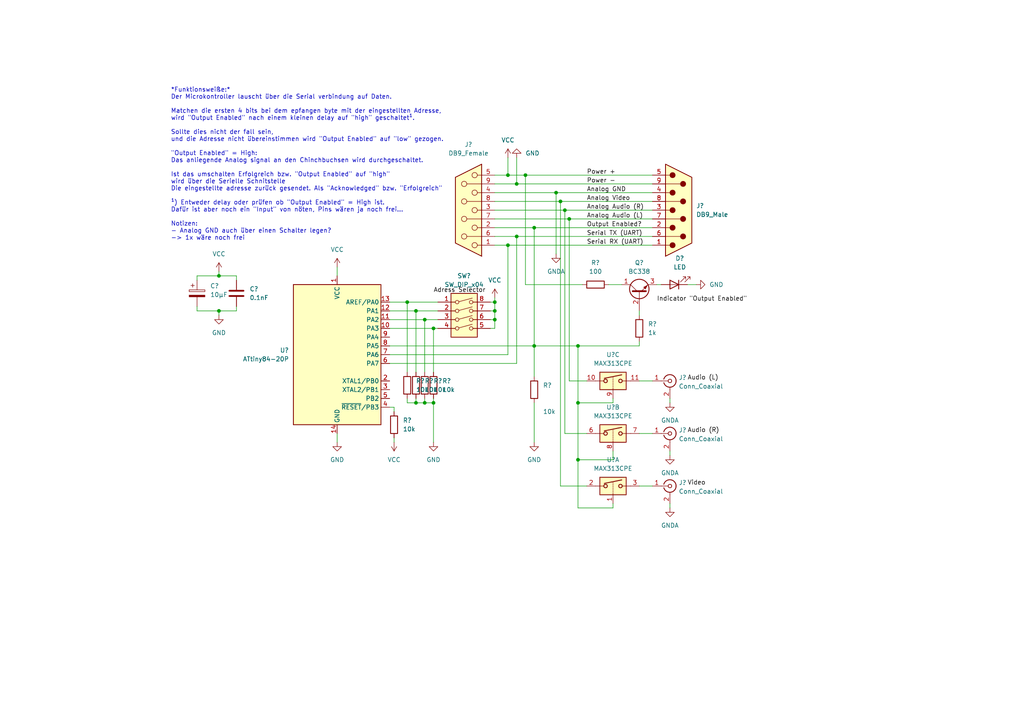
<source format=kicad_sch>
(kicad_sch (version 20211123) (generator eeschema)
  (paper "A4")
  (lib_symbols
    (symbol "Analog_Switch:MAX313CPE" (pin_names (offset 0.254))
      (property "Reference" "U" (at -3.175 5.334 0))
      (property "Value" "MAX313CPE" (at -3.175 3.556 0))
      (symbol "MAX313CPE_1_1"
        (rectangle (start -3.81 2.54) (end 3.81 -2.54) (stroke (width 0.254)) (fill (type background)))
        (circle (center -2.159 0) (radius 0.508) (stroke (width 0.254)))
        (polyline (pts (xy -5.08 0) (xy -2.794 0)))
        (polyline (pts (xy -2.54 0.762) (xy 2.54 1.778)) (stroke (width 0.254)))
        (polyline (pts (xy 0 -2.54) (xy 0 -2.032)))
        (polyline (pts (xy 0 -1.778) (xy 0 -1.524)))
        (polyline (pts (xy 0 -1.27) (xy 0 -1.016)))
        (polyline (pts (xy 0 -0.762) (xy 0 -0.508)))
        (polyline (pts (xy 0 -0.254) (xy 0 0)))
        (polyline (pts (xy 0 0.254) (xy 0 0.508)))
        (polyline (pts (xy 0 0.762) (xy 0 1.016)))
        (polyline (pts (xy 5.08 0) (xy 2.794 0)))
        (circle (center 2.159 0) (radius 0.508) (stroke (width 0.254)))
        (pin input line (at 0 -5.08 90) (length 2.54) (name "~") (number "1"))
        (pin passive line (at -7.62 0 0) (length 2.54) (name "~") (number "2"))
        (pin passive line (at 7.62 0 180) (length 2.54) (name "~") (number "3"))
      )
      (symbol "MAX313CPE_2_1"
        (rectangle (start -3.81 2.54) (end 3.81 -2.54) (stroke (width 0.254)) (fill (type background)))
        (circle (center -2.159 0) (radius 0.508) (stroke (width 0.254)))
        (polyline (pts (xy -5.08 0) (xy -2.794 0)))
        (polyline (pts (xy -2.54 0.762) (xy 2.54 1.778)) (stroke (width 0.254)))
        (polyline (pts (xy 0 -2.54) (xy 0 -2.032)))
        (polyline (pts (xy 0 -1.778) (xy 0 -1.524)))
        (polyline (pts (xy 0 -1.27) (xy 0 -1.016)))
        (polyline (pts (xy 0 -0.762) (xy 0 -0.508)))
        (polyline (pts (xy 0 -0.254) (xy 0 0)))
        (polyline (pts (xy 0 0.254) (xy 0 0.508)))
        (polyline (pts (xy 0 0.762) (xy 0 1.016)))
        (polyline (pts (xy 5.08 0) (xy 2.794 0)))
        (circle (center 2.159 0) (radius 0.508) (stroke (width 0.254)))
        (pin passive line (at -7.62 0 0) (length 2.54) (name "~") (number "6"))
        (pin passive line (at 7.62 0 180) (length 2.54) (name "~") (number "7"))
        (pin input line (at 0 -5.08 90) (length 2.54) (name "~") (number "8"))
      )
      (symbol "MAX313CPE_3_1"
        (rectangle (start -3.81 2.54) (end 3.81 -2.54) (stroke (width 0.254)) (fill (type background)))
        (circle (center -2.159 0) (radius 0.508) (stroke (width 0.254)))
        (polyline (pts (xy -5.08 0) (xy -2.794 0)))
        (polyline (pts (xy -2.54 0.762) (xy 2.54 1.778)) (stroke (width 0.254)))
        (polyline (pts (xy 0 -2.54) (xy 0 -2.032)))
        (polyline (pts (xy 0 -1.778) (xy 0 -1.524)))
        (polyline (pts (xy 0 -1.27) (xy 0 -1.016)))
        (polyline (pts (xy 0 -0.762) (xy 0 -0.508)))
        (polyline (pts (xy 0 -0.254) (xy 0 0)))
        (polyline (pts (xy 0 0.254) (xy 0 0.508)))
        (polyline (pts (xy 0 0.762) (xy 0 1.016)))
        (polyline (pts (xy 5.08 0) (xy 2.794 0)))
        (circle (center 2.159 0) (radius 0.508) (stroke (width 0.254)))
        (pin passive line (at -7.62 0 0) (length 2.54) (name "~") (number "10"))
        (pin passive line (at 7.62 0 180) (length 2.54) (name "~") (number "11"))
        (pin input line (at 0 -5.08 90) (length 2.54) (name "~") (number "9"))
      )
      (symbol "MAX313CPE_4_1"
        (rectangle (start -3.81 2.54) (end 3.81 -2.54) (stroke (width 0.254)) (fill (type background)))
        (circle (center -2.159 0) (radius 0.508) (stroke (width 0.254)))
        (polyline (pts (xy -5.08 0) (xy -2.794 0)))
        (polyline (pts (xy -2.54 0.762) (xy 2.54 1.778)) (stroke (width 0.254)))
        (polyline (pts (xy 0 -2.54) (xy 0 -2.032)))
        (polyline (pts (xy 0 -1.778) (xy 0 -1.524)))
        (polyline (pts (xy 0 -1.27) (xy 0 -1.016)))
        (polyline (pts (xy 0 -0.762) (xy 0 -0.508)))
        (polyline (pts (xy 0 -0.254) (xy 0 0)))
        (polyline (pts (xy 0 0.254) (xy 0 0.508)))
        (polyline (pts (xy 0 0.762) (xy 0 1.016)))
        (polyline (pts (xy 5.08 0) (xy 2.794 0)))
        (circle (center 2.159 0) (radius 0.508) (stroke (width 0.254)))
        (pin passive line (at 7.62 0 180) (length 2.54) (name "~") (number "14"))
        (pin passive line (at -7.62 0 0) (length 2.54) (name "~") (number "15"))
        (pin input line (at 0 -5.08 90) (length 2.54) (name "~") (number "16"))
      )
      (symbol "MAX313CPE_5_0"
        (pin power_in line (at 2.54 12.7 270) (length 2.54) (name "VL") (number "12"))
        (pin power_in line (at 0 12.7 270) (length 2.54) (name "V+") (number "13"))
        (pin power_in line (at 2.54 -12.7 90) (length 2.54) (name "V-") (number "4"))
        (pin power_in line (at 0 -12.7 90) (length 2.54) (name "GND") (number "5"))
      )
      (symbol "MAX313CPE_5_1"
        (rectangle (start -3.81 10.16) (end 6.35 -10.16) (stroke (width 0.254)) (fill (type background)))
      )
    )
    (symbol "Connector:Conn_Coaxial" (pin_names (offset 1.016) hide)
      (property "Reference" "J" (at 0.254 3.048 0))
      (property "Value" "Conn_Coaxial" (at 2.921 0 90))
      (symbol "Conn_Coaxial_0_1"
        (arc (start -1.778 -0.508) (mid 0.2311 -1.8066) (end 1.778 0) (stroke (width 0.254)))
        (polyline (pts (xy -2.54 0) (xy -0.508 0)))
        (polyline (pts (xy 0 -2.54) (xy 0 -1.778)))
        (circle (center 0 0) (radius 0.508) (stroke (width 0.2032)))
        (arc (start 1.778 0) (mid 0.2099 1.8101) (end -1.778 0.508) (stroke (width 0.254)))
      )
      (symbol "Conn_Coaxial_1_1"
        (pin passive line (at -5.08 0 0) (length 2.54) (name "In") (number "1"))
        (pin passive line (at 0 -5.08 90) (length 2.54) (name "Ext") (number "2"))
      )
    )
    (symbol "Connector:DB9_Female" (pin_names (offset 1.016) hide)
      (property "Reference" "J" (at 0 13.97 0))
      (property "Value" "DB9_Female" (at 0 -14.605 0))
      (symbol "DB9_Female_0_1"
        (circle (center -1.778 -10.16) (radius 0.762))
        (circle (center -1.778 -5.08) (radius 0.762))
        (circle (center -1.778 0) (radius 0.762))
        (circle (center -1.778 5.08) (radius 0.762))
        (circle (center -1.778 10.16) (radius 0.762))
        (polyline (pts (xy -3.81 -10.16) (xy -2.54 -10.16)))
        (polyline (pts (xy -3.81 -7.62) (xy 0.508 -7.62)))
        (polyline (pts (xy -3.81 -5.08) (xy -2.54 -5.08)))
        (polyline (pts (xy -3.81 -2.54) (xy 0.508 -2.54)))
        (polyline (pts (xy -3.81 0) (xy -2.54 0)))
        (polyline (pts (xy -3.81 2.54) (xy 0.508 2.54)))
        (polyline (pts (xy -3.81 5.08) (xy -2.54 5.08)))
        (polyline (pts (xy -3.81 7.62) (xy 0.508 7.62)))
        (polyline (pts (xy -3.81 10.16) (xy -2.54 10.16)))
        (polyline (pts (xy -3.81 13.335) (xy -3.81 -13.335) (xy 3.81 -9.525) (xy 3.81 9.525) (xy -3.81 13.335)) (stroke (width 0.254)) (fill (type background)))
        (circle (center 1.27 -7.62) (radius 0.762))
        (circle (center 1.27 -2.54) (radius 0.762))
        (circle (center 1.27 2.54) (radius 0.762))
        (circle (center 1.27 7.62) (radius 0.762))
      )
      (symbol "DB9_Female_1_1"
        (pin passive line (at -7.62 10.16 0) (length 3.81) (name "1") (number "1"))
        (pin passive line (at -7.62 5.08 0) (length 3.81) (name "2") (number "2"))
        (pin passive line (at -7.62 0 0) (length 3.81) (name "3") (number "3"))
        (pin passive line (at -7.62 -5.08 0) (length 3.81) (name "4") (number "4"))
        (pin passive line (at -7.62 -10.16 0) (length 3.81) (name "5") (number "5"))
        (pin passive line (at -7.62 7.62 0) (length 3.81) (name "6") (number "6"))
        (pin passive line (at -7.62 2.54 0) (length 3.81) (name "7") (number "7"))
        (pin passive line (at -7.62 -2.54 0) (length 3.81) (name "8") (number "8"))
        (pin passive line (at -7.62 -7.62 0) (length 3.81) (name "9") (number "9"))
      )
    )
    (symbol "Connector:DB9_Male" (pin_names (offset 1.016) hide)
      (property "Reference" "J" (at 0 13.97 0))
      (property "Value" "DB9_Male" (at 0 -14.605 0))
      (symbol "DB9_Male_0_1"
        (circle (center -1.778 -10.16) (radius 0.762) (fill (type outline)))
        (circle (center -1.778 -5.08) (radius 0.762) (fill (type outline)))
        (circle (center -1.778 0) (radius 0.762) (fill (type outline)))
        (circle (center -1.778 5.08) (radius 0.762) (fill (type outline)))
        (circle (center -1.778 10.16) (radius 0.762) (fill (type outline)))
        (polyline (pts (xy -3.81 -10.16) (xy -2.54 -10.16)))
        (polyline (pts (xy -3.81 -7.62) (xy 0.508 -7.62)))
        (polyline (pts (xy -3.81 -5.08) (xy -2.54 -5.08)))
        (polyline (pts (xy -3.81 -2.54) (xy 0.508 -2.54)))
        (polyline (pts (xy -3.81 0) (xy -2.54 0)))
        (polyline (pts (xy -3.81 2.54) (xy 0.508 2.54)))
        (polyline (pts (xy -3.81 5.08) (xy -2.54 5.08)))
        (polyline (pts (xy -3.81 7.62) (xy 0.508 7.62)))
        (polyline (pts (xy -3.81 10.16) (xy -2.54 10.16)))
        (polyline (pts (xy -3.81 -13.335) (xy -3.81 13.335) (xy 3.81 9.525) (xy 3.81 -9.525) (xy -3.81 -13.335)) (stroke (width 0.254)) (fill (type background)))
        (circle (center 1.27 -7.62) (radius 0.762) (fill (type outline)))
        (circle (center 1.27 -2.54) (radius 0.762) (fill (type outline)))
        (circle (center 1.27 2.54) (radius 0.762) (fill (type outline)))
        (circle (center 1.27 7.62) (radius 0.762) (fill (type outline)))
      )
      (symbol "DB9_Male_1_1"
        (pin passive line (at -7.62 -10.16 0) (length 3.81) (name "1") (number "1"))
        (pin passive line (at -7.62 -5.08 0) (length 3.81) (name "2") (number "2"))
        (pin passive line (at -7.62 0 0) (length 3.81) (name "3") (number "3"))
        (pin passive line (at -7.62 5.08 0) (length 3.81) (name "4") (number "4"))
        (pin passive line (at -7.62 10.16 0) (length 3.81) (name "5") (number "5"))
        (pin passive line (at -7.62 -7.62 0) (length 3.81) (name "6") (number "6"))
        (pin passive line (at -7.62 -2.54 0) (length 3.81) (name "7") (number "7"))
        (pin passive line (at -7.62 2.54 0) (length 3.81) (name "8") (number "8"))
        (pin passive line (at -7.62 7.62 0) (length 3.81) (name "9") (number "9"))
      )
    )
    (symbol "Device:C" (pin_numbers hide) (pin_names (offset 0.254))
      (property "Reference" "C" (at 0.635 2.54 0))
      (property "Value" "C" (at 0.635 -2.54 0))
      (symbol "C_0_1"
        (polyline (pts (xy -2.032 -0.762) (xy 2.032 -0.762)) (stroke (width 0.508)))
        (polyline (pts (xy -2.032 0.762) (xy 2.032 0.762)) (stroke (width 0.508)))
      )
      (symbol "C_1_1"
        (pin passive line (at 0 3.81 270) (length 2.794) (name "~") (number "1"))
        (pin passive line (at 0 -3.81 90) (length 2.794) (name "~") (number "2"))
      )
    )
    (symbol "Device:C_Polarized" (pin_numbers hide) (pin_names (offset 0.254))
      (property "Reference" "C" (at 0.635 2.54 0))
      (property "Value" "C_Polarized" (at 0.635 -2.54 0))
      (symbol "C_Polarized_0_1"
        (rectangle (start -2.286 0.508) (end 2.286 1.016))
        (polyline (pts (xy -1.778 2.286) (xy -0.762 2.286)))
        (polyline (pts (xy -1.27 2.794) (xy -1.27 1.778)))
        (rectangle (start 2.286 -0.508) (end -2.286 -1.016) (fill (type outline)))
      )
      (symbol "C_Polarized_1_1"
        (pin passive line (at 0 3.81 270) (length 2.794) (name "~") (number "1"))
        (pin passive line (at 0 -3.81 90) (length 2.794) (name "~") (number "2"))
      )
    )
    (symbol "Device:LED" (pin_numbers hide) (pin_names (offset 1.016) hide)
      (property "Reference" "D" (at 0 2.54 0))
      (property "Value" "LED" (at 0 -2.54 0))
      (symbol "LED_0_1"
        (polyline (pts (xy -1.27 -1.27) (xy -1.27 1.27)) (stroke (width 0.254)))
        (polyline (pts (xy -1.27 0) (xy 1.27 0)))
        (polyline (pts (xy 1.27 -1.27) (xy 1.27 1.27) (xy -1.27 0) (xy 1.27 -1.27)) (stroke (width 0.254)))
        (polyline (pts (xy -3.048 -0.762) (xy -4.572 -2.286) (xy -3.81 -2.286) (xy -4.572 -2.286) (xy -4.572 -1.524)))
        (polyline (pts (xy -1.778 -0.762) (xy -3.302 -2.286) (xy -2.54 -2.286) (xy -3.302 -2.286) (xy -3.302 -1.524)))
      )
      (symbol "LED_1_1"
        (pin passive line (at -3.81 0 0) (length 2.54) (name "K") (number "1"))
        (pin passive line (at 3.81 0 180) (length 2.54) (name "A") (number "2"))
      )
    )
    (symbol "Device:R" (pin_numbers hide) (pin_names (offset 0))
      (property "Reference" "R" (at 2.032 0 90))
      (property "Value" "R" (at 0 0 90))
      (symbol "R_0_1"
        (rectangle (start -1.016 -2.54) (end 1.016 2.54) (stroke (width 0.254)))
      )
      (symbol "R_1_1"
        (pin passive line (at 0 3.81 270) (length 1.27) (name "~") (number "1"))
        (pin passive line (at 0 -3.81 90) (length 1.27) (name "~") (number "2"))
      )
    )
    (symbol "MCU_Microchip_ATtiny:ATtiny84-20P"
      (property "Reference" "U" (at -12.7 21.59 0))
      (property "Value" "ATtiny84-20P" (at 2.54 -21.59 0))
      (symbol "ATtiny84-20P_0_1"
        (rectangle (start -12.7 -20.32) (end 12.7 20.32) (stroke (width 0.254)) (fill (type background)))
      )
      (symbol "ATtiny84-20P_1_1"
        (pin power_in line (at 0 22.86 270) (length 2.54) (name "VCC") (number "1"))
        (pin bidirectional line (at 15.24 7.62 180) (length 2.54) (name "PA3") (number "10"))
        (pin bidirectional line (at 15.24 10.16 180) (length 2.54) (name "PA2") (number "11"))
        (pin bidirectional line (at 15.24 12.7 180) (length 2.54) (name "PA1") (number "12"))
        (pin bidirectional line (at 15.24 15.24 180) (length 2.54) (name "AREF/PA0") (number "13"))
        (pin power_in line (at 0 -22.86 90) (length 2.54) (name "GND") (number "14"))
        (pin bidirectional line (at 15.24 -7.62 180) (length 2.54) (name "XTAL1/PB0") (number "2"))
        (pin bidirectional line (at 15.24 -10.16 180) (length 2.54) (name "XTAL2/PB1") (number "3"))
        (pin bidirectional line (at 15.24 -15.24 180) (length 2.54) (name "~{RESET}/PB3") (number "4"))
        (pin bidirectional line (at 15.24 -12.7 180) (length 2.54) (name "PB2") (number "5"))
        (pin bidirectional line (at 15.24 -2.54 180) (length 2.54) (name "PA7") (number "6"))
        (pin bidirectional line (at 15.24 0 180) (length 2.54) (name "PA6") (number "7"))
        (pin bidirectional line (at 15.24 2.54 180) (length 2.54) (name "PA5") (number "8"))
        (pin bidirectional line (at 15.24 5.08 180) (length 2.54) (name "PA4") (number "9"))
      )
    )
    (symbol "Switch:SW_DIP_x04" (pin_names (offset 0) hide)
      (property "Reference" "SW" (at 0 8.89 0))
      (property "Value" "SW_DIP_x04" (at 0 -6.35 0))
      (symbol "SW_DIP_x04_0_0"
        (circle (center -2.032 -2.54) (radius 0.508))
        (circle (center -2.032 0) (radius 0.508))
        (circle (center -2.032 2.54) (radius 0.508))
        (circle (center -2.032 5.08) (radius 0.508))
        (polyline (pts (xy -1.524 -2.3876) (xy 2.3622 -1.3462)))
        (polyline (pts (xy -1.524 0.127) (xy 2.3622 1.1684)))
        (polyline (pts (xy -1.524 2.667) (xy 2.3622 3.7084)))
        (polyline (pts (xy -1.524 5.207) (xy 2.3622 6.2484)))
        (circle (center 2.032 -2.54) (radius 0.508))
        (circle (center 2.032 0) (radius 0.508))
        (circle (center 2.032 2.54) (radius 0.508))
        (circle (center 2.032 5.08) (radius 0.508))
      )
      (symbol "SW_DIP_x04_0_1"
        (rectangle (start -3.81 7.62) (end 3.81 -5.08) (stroke (width 0.254)) (fill (type background)))
      )
      (symbol "SW_DIP_x04_1_1"
        (pin passive line (at -7.62 5.08 0) (length 5.08) (name "~") (number "1"))
        (pin passive line (at -7.62 2.54 0) (length 5.08) (name "~") (number "2"))
        (pin passive line (at -7.62 0 0) (length 5.08) (name "~") (number "3"))
        (pin passive line (at -7.62 -2.54 0) (length 5.08) (name "~") (number "4"))
        (pin passive line (at 7.62 -2.54 180) (length 5.08) (name "~") (number "5"))
        (pin passive line (at 7.62 0 180) (length 5.08) (name "~") (number "6"))
        (pin passive line (at 7.62 2.54 180) (length 5.08) (name "~") (number "7"))
        (pin passive line (at 7.62 5.08 180) (length 5.08) (name "~") (number "8"))
      )
    )
    (symbol "Transistor_BJT:BC338" (pin_names (offset 0) hide)
      (property "Reference" "Q" (at 5.08 1.905 0))
      (property "Value" "BC338" (at 5.08 0 0))
      (symbol "BC338_0_1"
        (polyline (pts (xy 0 0) (xy 0.635 0)))
        (polyline (pts (xy 0.635 0.635) (xy 2.54 2.54)))
        (polyline (pts (xy 0.635 -0.635) (xy 2.54 -2.54) (xy 2.54 -2.54)))
        (polyline (pts (xy 0.635 1.905) (xy 0.635 -1.905) (xy 0.635 -1.905)) (stroke (width 0.508)))
        (polyline (pts (xy 1.27 -1.778) (xy 1.778 -1.27) (xy 2.286 -2.286) (xy 1.27 -1.778) (xy 1.27 -1.778)) (fill (type outline)))
        (circle (center 1.27 0) (radius 2.8194) (stroke (width 0.254)))
      )
      (symbol "BC338_1_1"
        (pin passive line (at 2.54 5.08 270) (length 2.54) (name "C") (number "1"))
        (pin input line (at -5.08 0 0) (length 5.08) (name "B") (number "2"))
        (pin passive line (at 2.54 -5.08 90) (length 2.54) (name "E") (number "3"))
      )
    )
    (symbol "power:GND" (power) (pin_names (offset 0))
      (property "Value" "GND" (at 0 -3.81 0))
      (symbol "GND_0_1"
        (polyline (pts (xy 0 0) (xy 0 -1.27) (xy 1.27 -1.27) (xy 0 -2.54) (xy -1.27 -1.27) (xy 0 -1.27)))
      )
      (symbol "GND_1_1"
        (pin power_in line (at 0 0 270) (length 0) hide (name "GND") (number "1"))
      )
    )
    (symbol "power:GNDA" (power) (pin_names (offset 0))
      (property "Value" "GNDA" (at 0 -3.81 0))
      (symbol "GNDA_0_1"
        (polyline (pts (xy 0 0) (xy 0 -1.27) (xy 1.27 -1.27) (xy 0 -2.54) (xy -1.27 -1.27) (xy 0 -1.27)))
      )
      (symbol "GNDA_1_1"
        (pin power_in line (at 0 0 270) (length 0) hide (name "GNDA") (number "1"))
      )
    )
    (symbol "power:VCC" (power) (pin_names (offset 0))
      (property "Value" "VCC" (at 0 3.81 0))
      (symbol "VCC_0_1"
        (polyline (pts (xy -0.762 1.27) (xy 0 2.54)))
        (polyline (pts (xy 0 0) (xy 0 2.54)))
        (polyline (pts (xy 0 2.54) (xy 0.762 1.27)))
      )
      (symbol "VCC_1_1"
        (pin power_in line (at 0 0 90) (length 0) hide (name "VCC") (number "1"))
      )
    )
  )
  (junction (at 143.51 92.71))
  (junction (at 143.51 87.63))
  (junction (at 167.64 100.33))
  (junction (at 167.64 133.35))
  (junction (at 154.94 100.33))
  (junction (at 165.1 63.5))
  (junction (at 63.5 90.17))
  (junction (at 125.73 95.25))
  (junction (at 125.73 116.84))
  (junction (at 161.29 55.88))
  (junction (at 118.11 87.63))
  (junction (at 143.51 90.17))
  (junction (at 123.19 92.71))
  (junction (at 147.32 71.12))
  (junction (at 120.65 116.84))
  (junction (at 120.65 90.17))
  (junction (at 154.94 66.04))
  (junction (at 149.86 68.58))
  (junction (at 63.5 80.01))
  (junction (at 123.19 116.84))
  (junction (at 152.4 50.8))
  (junction (at 149.86 53.34))
  (junction (at 162.56 58.42))
  (junction (at 163.83 60.96))
  (junction (at 167.64 116.84))
  (junction (at 147.32 50.8))
  (wire (pts (xy 114.3 127) (xy 114.3 128.27)))
  (wire (pts (xy 120.65 90.17) (xy 127 90.17)))
  (wire (pts (xy 194.31 132.08) (xy 194.31 130.81)))
  (wire (pts (xy 147.32 45.72) (xy 147.32 50.8)))
  (wire (pts (xy 177.8 147.32) (xy 167.64 147.32)))
  (wire (pts (xy 68.58 80.01) (xy 68.58 81.28)))
  (wire (pts (xy 120.65 115.57) (xy 120.65 116.84)))
  (wire (pts (xy 149.86 45.72) (xy 149.86 53.34)))
  (wire (pts (xy 123.19 115.57) (xy 123.19 116.84)))
  (wire (pts (xy 143.51 53.34) (xy 149.86 53.34)))
  (wire (pts (xy 125.73 116.84) (xy 125.73 115.57)))
  (wire (pts (xy 143.51 92.71) (xy 143.51 95.25)))
  (wire (pts (xy 113.03 90.17) (xy 120.65 90.17)))
  (wire (pts (xy 177.8 116.84) (xy 167.64 116.84)))
  (wire (pts (xy 118.11 87.63) (xy 118.11 107.95)))
  (wire (pts (xy 123.19 92.71) (xy 127 92.71)))
  (wire (pts (xy 143.51 90.17) (xy 143.51 92.71)))
  (wire (pts (xy 176.53 82.55) (xy 180.34 82.55)))
  (wire (pts (xy 170.18 110.49) (xy 165.1 110.49)))
  (wire (pts (xy 177.8 133.35) (xy 167.64 133.35)))
  (wire (pts (xy 185.42 140.97) (xy 189.23 140.97)))
  (wire (pts (xy 113.03 95.25) (xy 125.73 95.25)))
  (wire (pts (xy 185.42 90.17) (xy 185.42 91.44)))
  (wire (pts (xy 118.11 116.84) (xy 120.65 116.84)))
  (wire (pts (xy 170.18 125.73) (xy 163.83 125.73)))
  (wire (pts (xy 177.8 146.05) (xy 177.8 147.32)))
  (wire (pts (xy 190.5 82.55) (xy 191.77 82.55)))
  (wire (pts (xy 149.86 105.41) (xy 149.86 68.58)))
  (wire (pts (xy 113.03 100.33) (xy 154.94 100.33)))
  (wire (pts (xy 113.03 118.11) (xy 114.3 118.11)))
  (wire (pts (xy 97.79 77.47) (xy 97.79 80.01)))
  (wire (pts (xy 143.51 63.5) (xy 165.1 63.5)))
  (wire (pts (xy 143.51 58.42) (xy 162.56 58.42)))
  (wire (pts (xy 177.8 130.81) (xy 177.8 133.35)))
  (wire (pts (xy 154.94 66.04) (xy 154.94 100.33)))
  (wire (pts (xy 57.15 81.28) (xy 57.15 80.01)))
  (wire (pts (xy 152.4 82.55) (xy 152.4 50.8)))
  (wire (pts (xy 194.31 146.05) (xy 194.31 147.32)))
  (wire (pts (xy 63.5 90.17) (xy 63.5 91.44)))
  (wire (pts (xy 143.51 60.96) (xy 163.83 60.96)))
  (wire (pts (xy 57.15 90.17) (xy 63.5 90.17)))
  (wire (pts (xy 63.5 90.17) (xy 68.58 90.17)))
  (wire (pts (xy 168.91 82.55) (xy 152.4 82.55)))
  (wire (pts (xy 167.64 100.33) (xy 154.94 100.33)))
  (wire (pts (xy 149.86 53.34) (xy 189.23 53.34)))
  (wire (pts (xy 143.51 87.63) (xy 143.51 90.17)))
  (wire (pts (xy 118.11 87.63) (xy 127 87.63)))
  (wire (pts (xy 162.56 58.42) (xy 189.23 58.42)))
  (wire (pts (xy 185.42 125.73) (xy 189.23 125.73)))
  (wire (pts (xy 142.24 90.17) (xy 143.51 90.17)))
  (wire (pts (xy 57.15 88.9) (xy 57.15 90.17)))
  (wire (pts (xy 113.03 105.41) (xy 149.86 105.41)))
  (wire (pts (xy 125.73 116.84) (xy 125.73 128.27)))
  (wire (pts (xy 142.24 92.71) (xy 143.51 92.71)))
  (wire (pts (xy 143.51 55.88) (xy 161.29 55.88)))
  (wire (pts (xy 154.94 100.33) (xy 154.94 109.22)))
  (wire (pts (xy 165.1 63.5) (xy 165.1 110.49)))
  (wire (pts (xy 167.64 116.84) (xy 167.64 100.33)))
  (wire (pts (xy 161.29 55.88) (xy 189.23 55.88)))
  (wire (pts (xy 185.42 110.49) (xy 189.23 110.49)))
  (wire (pts (xy 63.5 80.01) (xy 68.58 80.01)))
  (wire (pts (xy 120.65 116.84) (xy 123.19 116.84)))
  (wire (pts (xy 143.51 86.36) (xy 143.51 87.63)))
  (wire (pts (xy 163.83 60.96) (xy 189.23 60.96)))
  (wire (pts (xy 185.42 100.33) (xy 167.64 100.33)))
  (wire (pts (xy 167.64 133.35) (xy 167.64 116.84)))
  (wire (pts (xy 147.32 50.8) (xy 152.4 50.8)))
  (wire (pts (xy 120.65 90.17) (xy 120.65 107.95)))
  (wire (pts (xy 97.79 125.73) (xy 97.79 128.27)))
  (wire (pts (xy 143.51 71.12) (xy 147.32 71.12)))
  (wire (pts (xy 185.42 99.06) (xy 185.42 100.33)))
  (wire (pts (xy 57.15 80.01) (xy 63.5 80.01)))
  (wire (pts (xy 194.31 116.84) (xy 194.31 115.57)))
  (wire (pts (xy 125.73 95.25) (xy 127 95.25)))
  (wire (pts (xy 113.03 87.63) (xy 118.11 87.63)))
  (wire (pts (xy 113.03 102.87) (xy 147.32 102.87)))
  (wire (pts (xy 147.32 71.12) (xy 147.32 102.87)))
  (wire (pts (xy 163.83 60.96) (xy 163.83 125.73)))
  (wire (pts (xy 143.51 68.58) (xy 149.86 68.58)))
  (wire (pts (xy 170.18 140.97) (xy 162.56 140.97)))
  (wire (pts (xy 113.03 92.71) (xy 123.19 92.71)))
  (wire (pts (xy 63.5 78.74) (xy 63.5 80.01)))
  (wire (pts (xy 149.86 68.58) (xy 189.23 68.58)))
  (wire (pts (xy 123.19 92.71) (xy 123.19 107.95)))
  (wire (pts (xy 114.3 118.11) (xy 114.3 119.38)))
  (wire (pts (xy 143.51 66.04) (xy 154.94 66.04)))
  (wire (pts (xy 143.51 95.25) (xy 142.24 95.25)))
  (wire (pts (xy 154.94 66.04) (xy 189.23 66.04)))
  (wire (pts (xy 143.51 50.8) (xy 147.32 50.8)))
  (wire (pts (xy 177.8 115.57) (xy 177.8 116.84)))
  (wire (pts (xy 162.56 58.42) (xy 162.56 140.97)))
  (wire (pts (xy 68.58 90.17) (xy 68.58 88.9)))
  (wire (pts (xy 123.19 116.84) (xy 125.73 116.84)))
  (wire (pts (xy 167.64 147.32) (xy 167.64 133.35)))
  (wire (pts (xy 199.39 82.55) (xy 201.93 82.55)))
  (wire (pts (xy 165.1 63.5) (xy 189.23 63.5)))
  (wire (pts (xy 154.94 116.84) (xy 154.94 128.27)))
  (wire (pts (xy 152.4 50.8) (xy 189.23 50.8)))
  (wire (pts (xy 161.29 55.88) (xy 161.29 73.66)))
  (wire (pts (xy 147.32 71.12) (xy 189.23 71.12)))
  (wire (pts (xy 125.73 95.25) (xy 125.73 107.95)))
  (wire (pts (xy 142.24 87.63) (xy 143.51 87.63)))
  (wire (pts (xy 118.11 115.57) (xy 118.11 116.84)))
  (text "*Funktionsweiße:*\nDer Microkontroller lauscht über die Serial verbindung auf Daten.\n\nMatchen die ersten 4 bits bei dem epfangen byte mit der eingestellten Adresse, \nwird \"Output Enabled\" nach einem kleinen delay auf \"high\" geschaltet¹.\n\nSollte dies nicht der fall sein,\nund die Adresse nicht übereinstimmen wird \"Output Enabled\" auf \"low\" gezogen.\n\n\"Output Enabled\" = High:\nDas anliegende Analog signal an den Chinchbuchsen wird durchgeschaltet.\n\nIst das umschalten Erfolgreich bzw. \"Output Enabled\" auf \"high\"\nwird über die Serielle Schnitstelle\nDie eingestellte adresse zurück gesendet. Als \"Acknowledged\" bzw. \"Erfolgreich\"\n\n¹) Entweder delay oder prüfen ob \"Output Enabled\" = High ist.\nDafür ist aber noch ein \"Input\" von nöten, Pins wären ja noch frei...\n\nNotizen:\n- Analog GND auch über einen Schalter legen?\n-> 1x wäre noch frei" (at 49.53 69.85 0) (effects (font (size 1.27 1.27)) (justify left bottom)))
  (label "Serial TX (UART)" (at 170.18 68.58 0))
  (label "Analog Audio (L)" (at 170.18 63.5 0))
  (label "Output Enabled?" (at 170.18 66.04 0))
  (label "Audio (R)" (at 199.39 125.73 0))
  (label "Analog GND" (at 170.18 55.88 0))
  (label "Analog Video" (at 170.18 58.42 0))
  (label "Indicator \"Output Enabled\"" (at 190.5 87.63 0))
  (label "Power -" (at 170.18 53.34 0))
  (label "Adress Selector" (at 125.73 85.09 0))
  (label "Video" (at 199.39 140.97 0))
  (label "Audio (L)" (at 199.39 110.49 0))
  (label "Power +" (at 170.18 50.8 0))
  (label "Analog Audio (R)" (at 170.18 60.96 0))
  (label "Serial RX (UART)" (at 170.18 71.12 0))
  (symbol (lib_id "Transistor_BJT:BC338") (at 185.42 85.09 90) (unit 1)
    (property "Reference" "Q?" (at 185.42 76.2 90))
    (property "Value" "BC338" (at 185.42 78.74 90))
    (property "Footprint" "Package_TO_SOT_THT:TO-92_Inline" (effects hide))
    (property "Datasheet" "http://diotec.com/tl_files/diotec/files/pdf/datasheets/bc337" (effects hide))
  )
  (symbol (lib_id "Device:R") (at 120.65 111.76 0) (unit 1)
    (property "Reference" "R?" (at 123.19 110.4899 0) (effects (justify left)))
    (property "Value" "10k" (at 123.19 113.0299 0) (effects (justify left)))
  )
  (symbol (lib_id "Device:LED") (at 195.58 82.55 180) (unit 1)
    (property "Reference" "D?" (at 197.1675 74.93 0))
    (property "Value" "LED" (at 197.1675 77.47 0))
  )
  (symbol (lib_id "power:GNDA") (at 161.29 73.66 0) (unit 1)
    (property "Reference" "#PWR0105" (effects hide))
    (property "Value" "GNDA" (at 161.29 78.74 0))
  )
  (symbol (lib_id "MCU_Microchip_ATtiny:ATtiny84-20P") (at 97.79 102.87 0) (unit 1)
    (property "Reference" "U?" (at 83.82 101.5999 0) (effects (justify right)))
    (property "Value" "ATtiny84-20P" (at 83.82 104.1399 0) (effects (justify right)))
    (property "Footprint" "Package_DIP:DIP-14_W7.62mm" (effects hide))
    (property "Datasheet" "http://ww1.microchip.com/downloads/en/DeviceDoc/doc8006.pdf" (effects hide))
  )
  (symbol (lib_id "power:GND") (at 154.94 128.27 0) (unit 1)
    (property "Reference" "#PWR?" (effects hide))
    (property "Value" "GND" (at 154.94 133.35 0))
  )
  (symbol (lib_id "Analog_Switch:MAX313CPE") (at 177.8 140.97 0) (unit 1)
    (property "Reference" "U?" (at 177.8 133.35 0))
    (property "Value" "MAX313CPE" (at 177.8 135.89 0))
    (property "Footprint" "Package_DIP:DIP-16_W7.62mm" (effects hide))
    (property "Datasheet" "https://datasheets.maximintegrated.com/en/ds/MAX312-MAX314.pdf" (effects hide))
  )
  (symbol (lib_id "Connector:Conn_Coaxial") (at 194.31 140.97 0) (unit 1)
    (property "Reference" "J?" (at 196.85 139.9931 0) (effects (justify left)))
    (property "Value" "Conn_Coaxial" (at 196.85 142.5331 0) (effects (justify left)))
    (property "Datasheet" " ~" (effects hide))
  )
  (symbol (lib_id "power:GND") (at 63.5 91.44 0) (unit 1)
    (property "Reference" "#PWR?" (effects hide))
    (property "Value" "GND" (at 63.5 96.52 0))
  )
  (symbol (lib_id "Device:R") (at 185.42 95.25 0) (unit 1)
    (property "Reference" "R?" (at 187.96 93.9799 0) (effects (justify left)))
    (property "Value" "1k" (at 187.96 96.5199 0) (effects (justify left)))
  )
  (symbol (lib_id "power:GND") (at 97.79 128.27 0) (unit 1)
    (property "Reference" "#PWR0103" (effects hide))
    (property "Value" "GND" (at 97.79 133.35 0))
  )
  (symbol (lib_id "Device:R") (at 118.11 111.76 0) (unit 1)
    (property "Reference" "R?" (at 120.65 110.4899 0) (effects (justify left)))
    (property "Value" "10k" (at 120.65 113.0299 0) (effects (justify left)))
  )
  (symbol (lib_id "Connector:DB9_Male") (at 196.85 60.96 0) (unit 1)
    (property "Reference" "J?" (at 201.93 59.6899 0) (effects (justify left)))
    (property "Value" "DB9_Male" (at 201.93 62.2299 0) (effects (justify left)))
    (property "Datasheet" " ~" (effects hide))
  )
  (symbol (lib_id "Analog_Switch:MAX313CPE") (at 177.8 110.49 0) (unit 3)
    (property "Reference" "U?" (at 177.8 102.87 0))
    (property "Value" "MAX313CPE" (at 177.8 105.41 0))
    (property "Footprint" "Package_DIP:DIP-16_W7.62mm" (effects hide))
    (property "Datasheet" "https://datasheets.maximintegrated.com/en/ds/MAX312-MAX314.pdf" (effects hide))
  )
  (symbol (lib_id "Connector:Conn_Coaxial") (at 194.31 110.49 0) (unit 1)
    (property "Reference" "J?" (at 196.85 109.5131 0) (effects (justify left)))
    (property "Value" "Conn_Coaxial" (at 196.85 112.0531 0) (effects (justify left)))
    (property "Datasheet" " ~" (effects hide))
  )
  (symbol (lib_id "Device:C_Polarized") (at 57.15 85.09 0) (unit 1)
    (property "Reference" "C?" (at 60.96 82.9309 0) (effects (justify left)))
    (property "Value" "10µF" (at 60.96 85.4709 0) (effects (justify left)))
  )
  (symbol (lib_id "power:VCC") (at 114.3 128.27 180) (unit 1)
    (property "Reference" "#PWR0104" (effects hide))
    (property "Value" "VCC" (at 114.3 133.35 0))
  )
  (symbol (lib_id "Analog_Switch:MAX313CPE") (at 177.8 125.73 0) (unit 2)
    (property "Reference" "U?" (at 177.8 118.11 0))
    (property "Value" "MAX313CPE" (at 177.8 120.65 0))
    (property "Footprint" "Package_DIP:DIP-16_W7.62mm" (effects hide))
    (property "Datasheet" "https://datasheets.maximintegrated.com/en/ds/MAX312-MAX314.pdf" (effects hide))
  )
  (symbol (lib_id "power:GND") (at 125.73 128.27 0) (unit 1)
    (property "Reference" "#PWR?" (effects hide))
    (property "Value" "GND" (at 125.73 133.35 0))
  )
  (symbol (lib_id "Connector:Conn_Coaxial") (at 194.31 125.73 0) (unit 1)
    (property "Reference" "J?" (at 196.85 124.7531 0) (effects (justify left)))
    (property "Value" "Conn_Coaxial" (at 196.85 127.2931 0) (effects (justify left)))
    (property "Datasheet" " ~" (effects hide))
  )
  (symbol (lib_id "Device:C") (at 68.58 85.09 0) (unit 1)
    (property "Reference" "C?" (at 72.39 83.8199 0) (effects (justify left)))
    (property "Value" "0.1nF" (at 72.39 86.3599 0) (effects (justify left)))
  )
  (symbol (lib_id "power:VCC") (at 143.51 86.36 0) (unit 1)
    (property "Reference" "#PWR0101" (effects hide))
    (property "Value" "VCC" (at 143.51 81.28 0))
  )
  (symbol (lib_id "power:GNDA") (at 194.31 132.08 0) (unit 1)
    (property "Reference" "#PWR0109" (effects hide))
    (property "Value" "GNDA" (at 194.31 137.16 0))
  )
  (symbol (lib_id "Device:R") (at 154.94 113.03 0) (unit 1)
    (property "Reference" "R?" (at 157.48 111.7599 0) (effects (justify left)))
    (property "Value" "10k" (at 157.48 119.3799 0) (effects (justify left)))
  )
  (symbol (lib_id "Device:R") (at 125.73 111.76 0) (unit 1)
    (property "Reference" "R?" (at 128.27 110.4899 0) (effects (justify left)))
    (property "Value" "10k" (at 128.27 113.0299 0) (effects (justify left)))
  )
  (symbol (lib_id "power:GND") (at 149.86 45.72 180) (unit 1)
    (property "Reference" "#PWR0106" (effects hide))
    (property "Value" "GND" (at 152.4 44.4499 0) (effects (justify right)))
  )
  (symbol (lib_id "power:VCC") (at 97.79 77.47 0) (unit 1)
    (property "Reference" "#PWR0102" (effects hide))
    (property "Value" "VCC" (at 97.79 72.39 0))
  )
  (symbol (lib_id "power:VCC") (at 147.32 45.72 0) (unit 1)
    (property "Reference" "#PWR0107" (effects hide))
    (property "Value" "VCC" (at 147.32 40.64 0))
  )
  (symbol (lib_id "Switch:SW_DIP_x04") (at 134.62 92.71 0) (unit 1)
    (property "Reference" "SW?" (at 134.62 80.01 0))
    (property "Value" "SW_DIP_x04" (at 134.62 82.55 0))
  )
  (symbol (lib_id "Device:R") (at 114.3 123.19 0) (unit 1)
    (property "Reference" "R?" (at 116.84 121.9199 0) (effects (justify left)))
    (property "Value" "10k" (at 116.84 124.4599 0) (effects (justify left)))
  )
  (symbol (lib_id "power:GND") (at 201.93 82.55 90) (unit 1)
    (property "Reference" "#PWR?" (effects hide))
    (property "Value" "GND" (at 205.74 82.5499 90) (effects (justify right)))
  )
  (symbol (lib_id "Device:R") (at 123.19 111.76 0) (unit 1)
    (property "Reference" "R?" (at 125.73 110.4899 0) (effects (justify left)))
    (property "Value" "10k" (at 125.73 113.0299 0) (effects (justify left)))
  )
  (symbol (lib_id "Connector:DB9_Female") (at 135.89 60.96 180) (unit 1)
    (property "Reference" "J?" (at 135.89 41.91 0))
    (property "Value" "DB9_Female" (at 135.89 44.45 0))
    (property "Datasheet" " ~" (effects hide))
  )
  (symbol (lib_id "Device:R") (at 172.72 82.55 90) (unit 1)
    (property "Reference" "R?" (at 172.72 76.2 90))
    (property "Value" "100" (at 172.72 78.74 90))
  )
  (symbol (lib_id "power:GNDA") (at 194.31 116.84 0) (unit 1)
    (property "Reference" "#PWR0108" (effects hide))
    (property "Value" "GNDA" (at 194.31 121.92 0))
  )
  (symbol (lib_id "power:GNDA") (at 194.31 147.32 0) (unit 1)
    (property "Reference" "#PWR0110" (effects hide))
    (property "Value" "GNDA" (at 194.31 152.4 0))
  )
  (symbol (lib_id "power:VCC") (at 63.5 78.74 0) (unit 1)
    (property "Reference" "#PWR?" (effects hide))
    (property "Value" "VCC" (at 63.5 73.66 0))
  )
)
</source>
